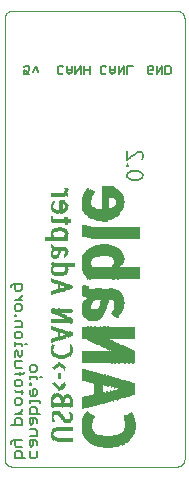
<source format=gbo>
G75*
%MOIN*%
%OFA0B0*%
%FSLAX25Y25*%
%IPPOS*%
%LPD*%
%AMOC8*
5,1,8,0,0,1.08239X$1,22.5*
%
%ADD10C,0.00000*%
%ADD11C,0.00600*%
%ADD12C,0.00500*%
%ADD13R,0.00286X0.01140*%
%ADD14R,0.00285X0.01140*%
%ADD15R,0.00286X0.02280*%
%ADD16R,0.00286X0.03140*%
%ADD17R,0.00286X0.02570*%
%ADD18R,0.00286X0.01430*%
%ADD19R,0.00286X0.01420*%
%ADD20R,0.00286X0.01710*%
%ADD21R,0.00286X0.00860*%
%ADD22R,0.00286X0.02000*%
%ADD23R,0.00286X0.02860*%
%ADD24R,0.00286X0.03720*%
%ADD25R,0.00286X0.03430*%
%ADD26R,0.00286X0.02570*%
%ADD27R,0.00286X0.01150*%
%ADD28R,0.00286X0.03710*%
%ADD29R,0.00286X0.02290*%
%ADD30R,0.00285X0.03430*%
%ADD31R,0.00285X0.04000*%
%ADD32R,0.00285X0.00290*%
%ADD33R,0.00285X0.00280*%
%ADD34R,0.00285X0.03720*%
%ADD35R,0.00285X0.01430*%
%ADD36R,0.00285X0.01720*%
%ADD37R,0.00285X0.04290*%
%ADD38R,0.00285X0.02000*%
%ADD39R,0.00286X0.01720*%
%ADD40R,0.00286X0.00580*%
%ADD41R,0.00286X0.00280*%
%ADD42R,0.00286X0.01140*%
%ADD43R,0.00286X0.00570*%
%ADD44R,0.00285X0.01420*%
%ADD45R,0.00285X0.01150*%
%ADD46R,0.00286X0.04000*%
%ADD47R,0.00286X0.04290*%
%ADD48R,0.00285X0.02290*%
%ADD49R,0.00285X0.02570*%
%ADD50R,0.00285X0.01140*%
%ADD51R,0.00286X0.04570*%
%ADD52R,0.00285X0.02280*%
%ADD53R,0.00285X0.01710*%
%ADD54R,0.00285X0.04570*%
%ADD55R,0.00286X0.01720*%
%ADD56R,0.00286X0.02850*%
%ADD57R,0.00285X0.03140*%
%ADD58R,0.00285X0.02860*%
%ADD59R,0.00286X0.00570*%
%ADD60R,0.00286X0.00850*%
%ADD61R,0.00286X0.03420*%
%ADD62R,0.00285X0.05430*%
%ADD63R,0.00285X0.03710*%
%ADD64R,0.00285X0.05140*%
%ADD65R,0.00285X0.04860*%
%ADD66R,0.00286X0.06850*%
%ADD67R,0.00286X0.05140*%
%ADD68R,0.00286X0.06570*%
%ADD69R,0.00286X0.06280*%
%ADD70R,0.00286X0.08000*%
%ADD71R,0.00286X0.05710*%
%ADD72R,0.00286X0.07430*%
%ADD73R,0.00286X0.07150*%
%ADD74R,0.00285X0.08860*%
%ADD75R,0.00285X0.06290*%
%ADD76R,0.00285X0.08000*%
%ADD77R,0.00285X0.07710*%
%ADD78R,0.00286X0.09430*%
%ADD79R,0.00286X0.04280*%
%ADD80R,0.00286X0.09150*%
%ADD81R,0.00286X0.08570*%
%ADD82R,0.00286X0.09710*%
%ADD83R,0.00286X0.04570*%
%ADD84R,0.00286X0.11150*%
%ADD85R,0.00286X0.09720*%
%ADD86R,0.00286X0.03720*%
%ADD87R,0.00286X0.09140*%
%ADD88R,0.00286X0.10000*%
%ADD89R,0.00285X0.10000*%
%ADD90R,0.00285X0.04280*%
%ADD91R,0.00285X0.10570*%
%ADD92R,0.00285X0.10290*%
%ADD93R,0.00285X0.09720*%
%ADD94R,0.00286X0.04860*%
%ADD95R,0.00286X0.10570*%
%ADD96R,0.00285X0.03150*%
%ADD97R,0.00286X0.05430*%
%ADD98R,0.00286X0.04580*%
%ADD99R,0.00286X0.11430*%
%ADD100R,0.00286X0.05720*%
%ADD101R,0.00285X0.11430*%
%ADD102R,0.00285X0.05720*%
%ADD103R,0.00286X0.06000*%
%ADD104R,0.00285X0.10860*%
%ADD105R,0.00285X0.06000*%
%ADD106R,0.00286X0.10860*%
%ADD107R,0.00286X0.06290*%
%ADD108R,0.00286X0.10280*%
%ADD109R,0.00286X0.06570*%
%ADD110R,0.00285X0.10280*%
%ADD111R,0.00285X0.06570*%
%ADD112R,0.00285X0.05710*%
%ADD113R,0.00286X0.06860*%
%ADD114R,0.00286X0.11720*%
%ADD115R,0.00285X0.07140*%
%ADD116R,0.00285X0.11720*%
%ADD117R,0.00286X0.07140*%
%ADD118R,0.00285X0.07430*%
%ADD119R,0.00286X0.07720*%
%ADD120R,0.00285X0.03420*%
%ADD121R,0.00286X0.07720*%
%ADD122R,0.00286X0.05150*%
%ADD123R,0.00285X0.07150*%
%ADD124R,0.00285X0.09430*%
%ADD125R,0.00286X0.09420*%
%ADD126R,0.00286X0.08850*%
%ADD127R,0.00285X0.06860*%
%ADD128R,0.00285X0.06570*%
%ADD129R,0.00285X0.08290*%
%ADD130R,0.00286X0.07710*%
%ADD131R,0.00285X0.06280*%
%ADD132R,0.00286X0.05720*%
%ADD133R,0.00285X0.05720*%
%ADD134R,0.00285X0.09140*%
%ADD135R,0.00285X0.03140*%
%ADD136R,0.00286X0.09140*%
%ADD137R,0.00286X0.08860*%
%ADD138R,0.00286X0.04850*%
%ADD139R,0.00285X0.00570*%
%ADD140R,0.00285X0.00570*%
%ADD141R,0.00285X0.00860*%
%ADD142R,0.00286X0.08570*%
%ADD143R,0.00285X0.00850*%
%ADD144R,0.00285X0.02570*%
D10*
X0042595Y0032058D02*
X0042595Y0178933D01*
X0042597Y0179031D01*
X0042603Y0179129D01*
X0042612Y0179227D01*
X0042626Y0179324D01*
X0042643Y0179421D01*
X0042664Y0179517D01*
X0042689Y0179612D01*
X0042717Y0179706D01*
X0042750Y0179798D01*
X0042785Y0179890D01*
X0042825Y0179980D01*
X0042867Y0180068D01*
X0042914Y0180155D01*
X0042963Y0180239D01*
X0043016Y0180322D01*
X0043072Y0180402D01*
X0043132Y0180481D01*
X0043194Y0180557D01*
X0043259Y0180630D01*
X0043327Y0180701D01*
X0043398Y0180769D01*
X0043471Y0180834D01*
X0043547Y0180896D01*
X0043626Y0180956D01*
X0043706Y0181012D01*
X0043789Y0181065D01*
X0043873Y0181114D01*
X0043960Y0181161D01*
X0044048Y0181203D01*
X0044138Y0181243D01*
X0044230Y0181278D01*
X0044322Y0181311D01*
X0044416Y0181339D01*
X0044511Y0181364D01*
X0044607Y0181385D01*
X0044704Y0181402D01*
X0044801Y0181416D01*
X0044899Y0181425D01*
X0044997Y0181431D01*
X0045095Y0181433D01*
X0100095Y0181433D01*
X0100193Y0181431D01*
X0100291Y0181425D01*
X0100389Y0181416D01*
X0100486Y0181402D01*
X0100583Y0181385D01*
X0100679Y0181364D01*
X0100774Y0181339D01*
X0100868Y0181311D01*
X0100960Y0181278D01*
X0101052Y0181243D01*
X0101142Y0181203D01*
X0101230Y0181161D01*
X0101317Y0181114D01*
X0101401Y0181065D01*
X0101484Y0181012D01*
X0101564Y0180956D01*
X0101643Y0180896D01*
X0101719Y0180834D01*
X0101792Y0180769D01*
X0101863Y0180701D01*
X0101931Y0180630D01*
X0101996Y0180557D01*
X0102058Y0180481D01*
X0102118Y0180402D01*
X0102174Y0180322D01*
X0102227Y0180239D01*
X0102276Y0180155D01*
X0102323Y0180068D01*
X0102365Y0179980D01*
X0102405Y0179890D01*
X0102440Y0179798D01*
X0102473Y0179706D01*
X0102501Y0179612D01*
X0102526Y0179517D01*
X0102547Y0179421D01*
X0102564Y0179324D01*
X0102578Y0179227D01*
X0102587Y0179129D01*
X0102593Y0179031D01*
X0102595Y0178933D01*
X0102595Y0032058D01*
X0102593Y0031960D01*
X0102587Y0031862D01*
X0102578Y0031764D01*
X0102564Y0031667D01*
X0102547Y0031570D01*
X0102526Y0031474D01*
X0102501Y0031379D01*
X0102473Y0031285D01*
X0102440Y0031193D01*
X0102405Y0031101D01*
X0102365Y0031011D01*
X0102323Y0030923D01*
X0102276Y0030836D01*
X0102227Y0030752D01*
X0102174Y0030669D01*
X0102118Y0030589D01*
X0102058Y0030510D01*
X0101996Y0030434D01*
X0101931Y0030361D01*
X0101863Y0030290D01*
X0101792Y0030222D01*
X0101719Y0030157D01*
X0101643Y0030095D01*
X0101564Y0030035D01*
X0101484Y0029979D01*
X0101401Y0029926D01*
X0101317Y0029877D01*
X0101230Y0029830D01*
X0101142Y0029788D01*
X0101052Y0029748D01*
X0100960Y0029713D01*
X0100868Y0029680D01*
X0100774Y0029652D01*
X0100679Y0029627D01*
X0100583Y0029606D01*
X0100486Y0029589D01*
X0100389Y0029575D01*
X0100291Y0029566D01*
X0100193Y0029560D01*
X0100095Y0029558D01*
X0045095Y0029558D01*
X0044997Y0029560D01*
X0044899Y0029566D01*
X0044801Y0029575D01*
X0044704Y0029589D01*
X0044607Y0029606D01*
X0044511Y0029627D01*
X0044416Y0029652D01*
X0044322Y0029680D01*
X0044230Y0029713D01*
X0044138Y0029748D01*
X0044048Y0029788D01*
X0043960Y0029830D01*
X0043873Y0029877D01*
X0043789Y0029926D01*
X0043706Y0029979D01*
X0043626Y0030035D01*
X0043547Y0030095D01*
X0043471Y0030157D01*
X0043398Y0030222D01*
X0043327Y0030290D01*
X0043259Y0030361D01*
X0043194Y0030434D01*
X0043132Y0030510D01*
X0043072Y0030589D01*
X0043016Y0030669D01*
X0042963Y0030752D01*
X0042914Y0030836D01*
X0042867Y0030923D01*
X0042825Y0031011D01*
X0042785Y0031101D01*
X0042750Y0031193D01*
X0042717Y0031285D01*
X0042689Y0031379D01*
X0042664Y0031474D01*
X0042643Y0031570D01*
X0042626Y0031667D01*
X0042612Y0031764D01*
X0042603Y0031862D01*
X0042597Y0031960D01*
X0042595Y0032058D01*
D11*
X0044886Y0037176D02*
X0044886Y0037743D01*
X0045453Y0038310D01*
X0048289Y0038310D01*
X0048289Y0036041D02*
X0046587Y0036041D01*
X0046020Y0036608D01*
X0046020Y0038310D01*
X0046587Y0034627D02*
X0047722Y0034627D01*
X0048289Y0034060D01*
X0048289Y0032358D01*
X0049423Y0032358D02*
X0046020Y0032358D01*
X0046020Y0034060D01*
X0046587Y0034627D01*
X0051020Y0034627D02*
X0051020Y0032925D01*
X0051587Y0032358D01*
X0052722Y0032358D01*
X0053289Y0032925D01*
X0053289Y0034627D01*
X0053289Y0036608D02*
X0053289Y0037743D01*
X0052722Y0038310D01*
X0051020Y0038310D01*
X0051020Y0036608D01*
X0051587Y0036041D01*
X0052154Y0036608D01*
X0052154Y0038310D01*
X0051020Y0039724D02*
X0053289Y0039724D01*
X0053289Y0041426D01*
X0052722Y0041993D01*
X0051020Y0041993D01*
X0051587Y0043408D02*
X0052154Y0043975D01*
X0052154Y0045676D01*
X0052722Y0045676D02*
X0051020Y0045676D01*
X0051020Y0043975D01*
X0051587Y0043408D01*
X0053289Y0045109D02*
X0052722Y0045676D01*
X0053289Y0045109D02*
X0053289Y0043975D01*
X0053289Y0047091D02*
X0053289Y0048792D01*
X0052722Y0049359D01*
X0051587Y0049359D01*
X0051020Y0048792D01*
X0051020Y0047091D01*
X0054423Y0047091D01*
X0054423Y0050774D02*
X0054423Y0051341D01*
X0051020Y0051341D01*
X0051020Y0050774D02*
X0051020Y0051908D01*
X0051587Y0053229D02*
X0052722Y0053229D01*
X0053289Y0053796D01*
X0053289Y0054931D01*
X0052722Y0055498D01*
X0052154Y0055498D01*
X0052154Y0053229D01*
X0051587Y0053229D02*
X0051020Y0053796D01*
X0051020Y0054931D01*
X0051020Y0056912D02*
X0051020Y0057480D01*
X0051587Y0057480D01*
X0051587Y0056912D01*
X0051020Y0056912D01*
X0051020Y0058754D02*
X0051020Y0059888D01*
X0051020Y0059321D02*
X0053289Y0059321D01*
X0053289Y0058754D01*
X0054423Y0059321D02*
X0054990Y0059321D01*
X0052722Y0061209D02*
X0053289Y0061777D01*
X0053289Y0062911D01*
X0052722Y0063478D01*
X0051587Y0063478D01*
X0051020Y0062911D01*
X0051020Y0061777D01*
X0051587Y0061209D01*
X0052722Y0061209D01*
X0049423Y0061116D02*
X0048856Y0060549D01*
X0046020Y0060549D01*
X0047722Y0059982D02*
X0047722Y0061116D01*
X0048289Y0062437D02*
X0046587Y0062437D01*
X0046020Y0063004D01*
X0046020Y0064706D01*
X0048289Y0064706D01*
X0047722Y0066120D02*
X0048289Y0066687D01*
X0048289Y0068389D01*
X0047154Y0067822D02*
X0047154Y0066687D01*
X0047722Y0066120D01*
X0046020Y0066120D02*
X0046020Y0067822D01*
X0046587Y0068389D01*
X0047154Y0067822D01*
X0046020Y0069803D02*
X0046020Y0070938D01*
X0046020Y0070371D02*
X0048289Y0070371D01*
X0048289Y0069803D01*
X0049423Y0070371D02*
X0049990Y0070371D01*
X0047722Y0072259D02*
X0048289Y0072826D01*
X0048289Y0073960D01*
X0047722Y0074527D01*
X0046587Y0074527D01*
X0046020Y0073960D01*
X0046020Y0072826D01*
X0046587Y0072259D01*
X0047722Y0072259D01*
X0048289Y0075942D02*
X0046020Y0075942D01*
X0046020Y0078211D02*
X0047722Y0078211D01*
X0048289Y0077643D01*
X0048289Y0075942D01*
X0046587Y0079625D02*
X0046587Y0080192D01*
X0046020Y0080192D01*
X0046020Y0079625D01*
X0046587Y0079625D01*
X0046587Y0081467D02*
X0046020Y0082034D01*
X0046020Y0083168D01*
X0046587Y0083735D01*
X0047722Y0083735D01*
X0048289Y0083168D01*
X0048289Y0082034D01*
X0047722Y0081467D01*
X0046587Y0081467D01*
X0046020Y0085150D02*
X0048289Y0085150D01*
X0048289Y0086284D02*
X0048289Y0086851D01*
X0048289Y0086284D02*
X0047154Y0085150D01*
X0046587Y0088219D02*
X0046020Y0088786D01*
X0046020Y0090488D01*
X0045453Y0090488D02*
X0048289Y0090488D01*
X0048289Y0088786D01*
X0047722Y0088219D01*
X0046587Y0088219D01*
X0044886Y0089353D02*
X0044886Y0089921D01*
X0045453Y0090488D01*
X0046587Y0058567D02*
X0047722Y0058567D01*
X0048289Y0058000D01*
X0048289Y0056866D01*
X0047722Y0056298D01*
X0046587Y0056298D01*
X0046020Y0056866D01*
X0046020Y0058000D01*
X0046587Y0058567D01*
X0046020Y0054977D02*
X0046587Y0054410D01*
X0048856Y0054410D01*
X0048289Y0053843D02*
X0048289Y0054977D01*
X0047722Y0052429D02*
X0048289Y0051861D01*
X0048289Y0050727D01*
X0047722Y0050160D01*
X0046587Y0050160D01*
X0046020Y0050727D01*
X0046020Y0051861D01*
X0046587Y0052429D01*
X0047722Y0052429D01*
X0048289Y0048792D02*
X0048289Y0048225D01*
X0047154Y0047091D01*
X0046020Y0047091D02*
X0048289Y0047091D01*
X0047722Y0045676D02*
X0046587Y0045676D01*
X0046020Y0045109D01*
X0046020Y0043408D01*
X0044886Y0043408D02*
X0048289Y0043408D01*
X0048289Y0045109D01*
X0047722Y0045676D01*
D12*
X0049095Y0160356D02*
X0049095Y0161707D01*
X0049996Y0161257D01*
X0050446Y0161257D01*
X0050897Y0161707D01*
X0050897Y0162608D01*
X0050446Y0163058D01*
X0049546Y0163058D01*
X0049095Y0162608D01*
X0049095Y0160356D02*
X0050897Y0160356D01*
X0052042Y0161257D02*
X0052942Y0163058D01*
X0053843Y0161257D01*
X0060345Y0160806D02*
X0060345Y0162608D01*
X0060796Y0163058D01*
X0061696Y0163058D01*
X0062147Y0162608D01*
X0063292Y0163058D02*
X0063292Y0161257D01*
X0064192Y0160356D01*
X0065093Y0161257D01*
X0065093Y0163058D01*
X0066238Y0163058D02*
X0066238Y0160356D01*
X0068040Y0163058D01*
X0068040Y0160356D01*
X0069185Y0160356D02*
X0069185Y0163058D01*
X0069185Y0161707D02*
X0070986Y0161707D01*
X0070986Y0160356D02*
X0070986Y0163058D01*
X0074720Y0162608D02*
X0075171Y0163058D01*
X0076071Y0163058D01*
X0076522Y0162608D01*
X0077667Y0163058D02*
X0077667Y0161257D01*
X0078567Y0160356D01*
X0079468Y0161257D01*
X0079468Y0163058D01*
X0080613Y0163058D02*
X0080613Y0160356D01*
X0082415Y0163058D01*
X0082415Y0160356D01*
X0083560Y0160356D02*
X0083560Y0163058D01*
X0085361Y0163058D01*
X0090345Y0162608D02*
X0090796Y0163058D01*
X0091696Y0163058D01*
X0092147Y0162608D01*
X0092147Y0161707D01*
X0091246Y0161707D01*
X0092147Y0160806D02*
X0091696Y0160356D01*
X0090796Y0160356D01*
X0090345Y0160806D01*
X0090345Y0162608D01*
X0093292Y0163058D02*
X0093292Y0160356D01*
X0095093Y0163058D01*
X0095093Y0160356D01*
X0096238Y0160356D02*
X0097589Y0160356D01*
X0098040Y0160806D01*
X0098040Y0162608D01*
X0097589Y0163058D01*
X0096238Y0163058D01*
X0096238Y0160356D01*
X0079468Y0161707D02*
X0077667Y0161707D01*
X0076522Y0160806D02*
X0076071Y0160356D01*
X0075171Y0160356D01*
X0074720Y0160806D01*
X0074720Y0162608D01*
X0065093Y0161707D02*
X0063292Y0161707D01*
X0062147Y0160806D02*
X0061696Y0160356D01*
X0060796Y0160356D01*
X0060345Y0160806D01*
D13*
X0060345Y0120238D03*
X0060059Y0120238D03*
X0059488Y0120238D03*
X0059202Y0120238D03*
X0058631Y0120238D03*
X0058345Y0120238D03*
X0060631Y0120238D03*
X0061202Y0120238D03*
X0061488Y0120238D03*
X0062059Y0120238D03*
X0062345Y0120238D03*
X0062345Y0117668D03*
X0062631Y0117668D03*
X0059202Y0117378D03*
X0059202Y0111378D03*
X0059488Y0111378D03*
X0060059Y0111378D03*
X0060345Y0111378D03*
X0060631Y0111378D03*
X0061202Y0111378D03*
X0061488Y0111378D03*
X0062059Y0111378D03*
X0062345Y0111378D03*
X0062631Y0111378D03*
X0064059Y0111378D03*
X0064345Y0111378D03*
X0064631Y0111378D03*
X0062345Y0105378D03*
X0062059Y0105378D03*
X0061488Y0105378D03*
X0061202Y0105378D03*
X0060631Y0105378D03*
X0060345Y0105378D03*
X0060059Y0105378D03*
X0058345Y0105378D03*
X0058059Y0105378D03*
X0057488Y0105378D03*
X0057202Y0105378D03*
X0056631Y0105378D03*
X0056345Y0105378D03*
X0060059Y0102238D03*
X0060345Y0102238D03*
X0060631Y0102238D03*
X0062059Y0102238D03*
X0062345Y0102238D03*
X0062631Y0102238D03*
X0060059Y0099378D03*
X0059488Y0099378D03*
X0060059Y0093668D03*
X0060345Y0093668D03*
X0060631Y0093668D03*
X0061202Y0093668D03*
X0061488Y0093668D03*
X0062059Y0093668D03*
X0062631Y0093948D03*
X0062631Y0090238D03*
X0063202Y0090238D03*
X0060059Y0087948D03*
X0059488Y0087668D03*
X0059202Y0087668D03*
X0058631Y0087378D03*
X0058345Y0087378D03*
X0059202Y0091378D03*
X0058345Y0091668D03*
X0062345Y0079668D03*
X0062631Y0079668D03*
X0065488Y0078238D03*
X0065488Y0073668D03*
X0065202Y0073668D03*
X0063202Y0074238D03*
X0059488Y0075378D03*
X0058631Y0075668D03*
X0059202Y0069378D03*
X0060631Y0066238D03*
X0061202Y0066238D03*
X0061488Y0066238D03*
X0062059Y0066238D03*
X0062345Y0066238D03*
X0062631Y0066238D03*
X0060631Y0053378D03*
X0060345Y0053378D03*
X0060059Y0053378D03*
X0059488Y0047378D03*
X0060059Y0041948D03*
X0060345Y0041948D03*
X0060631Y0041948D03*
X0065488Y0041948D03*
X0072345Y0045948D03*
X0088631Y0125948D03*
D14*
X0083774Y0129948D03*
X0063774Y0120238D03*
X0061774Y0120238D03*
X0060917Y0120238D03*
X0059774Y0120238D03*
X0058917Y0120238D03*
X0059774Y0111378D03*
X0060917Y0111378D03*
X0061774Y0111378D03*
X0061774Y0105378D03*
X0060917Y0105378D03*
X0063774Y0105378D03*
X0059774Y0099378D03*
X0060917Y0093668D03*
X0061774Y0093668D03*
X0062917Y0090238D03*
X0061774Y0079948D03*
X0059774Y0075378D03*
X0058917Y0075668D03*
X0059774Y0071948D03*
X0058917Y0071668D03*
X0060917Y0066238D03*
X0061774Y0066238D03*
X0062917Y0066238D03*
X0062917Y0062238D03*
X0060917Y0053378D03*
X0060917Y0041948D03*
X0057774Y0105378D03*
X0056917Y0105378D03*
D15*
X0063488Y0089378D03*
X0079202Y0080808D03*
X0058345Y0040238D03*
D16*
X0058631Y0040378D03*
X0058345Y0051238D03*
X0068631Y0117238D03*
X0083488Y0133238D03*
D17*
X0058631Y0100383D03*
X0068631Y0082093D03*
X0058345Y0068383D03*
X0072059Y0045523D03*
D18*
X0064631Y0047233D03*
X0064059Y0044663D03*
X0063488Y0044663D03*
X0063488Y0042093D03*
X0063202Y0042093D03*
X0062631Y0042093D03*
X0062345Y0042093D03*
X0062059Y0042093D03*
X0061488Y0042093D03*
X0061202Y0042093D03*
X0060059Y0038663D03*
X0059488Y0038953D03*
X0064059Y0042093D03*
X0064345Y0042093D03*
X0064631Y0042093D03*
X0065202Y0042093D03*
X0060631Y0047523D03*
X0060345Y0047523D03*
X0060059Y0047523D03*
X0060059Y0050093D03*
X0060345Y0050093D03*
X0060631Y0050093D03*
X0061202Y0050093D03*
X0061488Y0050093D03*
X0062631Y0050093D03*
X0063202Y0050093D03*
X0063488Y0050093D03*
X0064059Y0050093D03*
X0064345Y0050093D03*
X0064345Y0052663D03*
X0064059Y0052953D03*
X0063488Y0052953D03*
X0061202Y0053233D03*
X0061202Y0055523D03*
X0060345Y0056093D03*
X0060059Y0056383D03*
X0059488Y0056953D03*
X0059488Y0062383D03*
X0060059Y0062953D03*
X0060345Y0063233D03*
X0060631Y0063523D03*
X0061488Y0063523D03*
X0062059Y0062953D03*
X0062345Y0062663D03*
X0062631Y0062383D03*
X0063202Y0066383D03*
X0063488Y0066383D03*
X0064059Y0066663D03*
X0064345Y0066953D03*
X0060345Y0066383D03*
X0060059Y0066383D03*
X0059488Y0066663D03*
X0058631Y0071523D03*
X0058345Y0071523D03*
X0060059Y0072093D03*
X0060345Y0072093D03*
X0060345Y0074953D03*
X0060059Y0075233D03*
X0059202Y0075523D03*
X0059202Y0078093D03*
X0059488Y0078093D03*
X0060059Y0078093D03*
X0060345Y0078093D03*
X0060631Y0078093D03*
X0061202Y0078093D03*
X0061488Y0078093D03*
X0062059Y0078093D03*
X0062345Y0078093D03*
X0062631Y0078093D03*
X0062059Y0074663D03*
X0058631Y0078093D03*
X0058345Y0078093D03*
X0058345Y0081523D03*
X0058631Y0081523D03*
X0062059Y0081523D03*
X0062345Y0081523D03*
X0062631Y0081523D03*
X0063202Y0081523D03*
X0063488Y0081523D03*
X0064059Y0081523D03*
X0064345Y0081523D03*
X0064631Y0081523D03*
X0065202Y0081523D03*
X0061488Y0088383D03*
X0060345Y0088093D03*
X0061488Y0090663D03*
X0060345Y0090953D03*
X0059488Y0091233D03*
X0058631Y0091523D03*
X0059202Y0094093D03*
X0059488Y0096663D03*
X0059202Y0099523D03*
X0059488Y0102093D03*
X0058631Y0102663D03*
X0058345Y0102953D03*
X0059488Y0105523D03*
X0059202Y0108093D03*
X0059488Y0108383D03*
X0060631Y0108663D03*
X0061202Y0108663D03*
X0061488Y0108663D03*
X0062631Y0108383D03*
X0062631Y0105523D03*
X0062345Y0114663D03*
X0062631Y0120383D03*
X0059202Y0114953D03*
X0064631Y0089523D03*
X0065202Y0089523D03*
X0059488Y0050093D03*
X0089202Y0133233D03*
D19*
X0062345Y0093808D03*
X0059488Y0093808D03*
X0060345Y0099808D03*
X0062059Y0079808D03*
X0058345Y0075808D03*
X0059202Y0071808D03*
X0059488Y0071808D03*
X0061202Y0063808D03*
X0061488Y0055808D03*
X0060631Y0055808D03*
X0059488Y0041808D03*
D20*
X0059202Y0039093D03*
X0059202Y0047093D03*
X0059488Y0053093D03*
X0062345Y0056523D03*
X0059202Y0067093D03*
X0064345Y0073663D03*
X0064631Y0073663D03*
X0058345Y0095093D03*
X0059202Y0101953D03*
X0059202Y0105663D03*
X0064631Y0045093D03*
D21*
X0059202Y0056948D03*
X0059202Y0062378D03*
X0078631Y0080378D03*
X0082631Y0098668D03*
X0082631Y0117808D03*
X0084059Y0125808D03*
X0084059Y0129808D03*
X0083488Y0129808D03*
X0084345Y0132378D03*
X0084631Y0132378D03*
X0085202Y0132948D03*
X0085488Y0133238D03*
X0086345Y0133808D03*
X0087202Y0134378D03*
X0087488Y0134378D03*
X0088059Y0134378D03*
X0088345Y0134378D03*
X0088631Y0127238D03*
X0089202Y0126668D03*
X0087488Y0125238D03*
X0058345Y0097238D03*
D22*
X0059202Y0096668D03*
X0060631Y0100098D03*
X0061488Y0101808D03*
X0058345Y0100378D03*
X0058345Y0107238D03*
X0058345Y0112098D03*
X0058345Y0116098D03*
X0072059Y0120668D03*
X0064059Y0089518D03*
X0068631Y0088098D03*
X0064631Y0078378D03*
X0064345Y0078378D03*
X0064059Y0073518D03*
X0060059Y0081238D03*
X0059202Y0052668D03*
X0061488Y0052668D03*
X0061202Y0046948D03*
X0061488Y0046668D03*
X0062345Y0045518D03*
X0062631Y0045238D03*
X0065488Y0046098D03*
D23*
X0065202Y0046238D03*
X0058631Y0045948D03*
X0061488Y0080808D03*
X0061202Y0101378D03*
X0063202Y0111378D03*
X0063488Y0111378D03*
X0063488Y0116238D03*
X0058631Y0116238D03*
X0082345Y0098808D03*
D24*
X0074059Y0080378D03*
X0076059Y0058378D03*
X0076345Y0058378D03*
X0079202Y0053238D03*
X0076059Y0052378D03*
X0062059Y0051238D03*
X0058631Y0051238D03*
X0078059Y0121238D03*
X0078345Y0121238D03*
D25*
X0078631Y0121093D03*
X0068631Y0097383D03*
X0063202Y0101093D03*
X0063202Y0116233D03*
X0078059Y0069953D03*
X0076631Y0058233D03*
X0078059Y0057953D03*
X0078631Y0057663D03*
X0079202Y0057663D03*
X0080059Y0057383D03*
X0080345Y0057383D03*
X0080059Y0053383D03*
X0079488Y0053383D03*
X0078631Y0053093D03*
X0078345Y0053093D03*
X0076345Y0052523D03*
X0065202Y0051093D03*
X0062345Y0051093D03*
X0065202Y0068523D03*
X0058631Y0068523D03*
D26*
X0063202Y0078663D03*
X0063488Y0078663D03*
X0061202Y0080953D03*
X0058631Y0094953D03*
X0063202Y0120953D03*
X0065488Y0050663D03*
D27*
X0059202Y0045093D03*
X0060345Y0038523D03*
X0060631Y0038523D03*
X0061202Y0038523D03*
X0061488Y0038523D03*
X0062059Y0038523D03*
X0062345Y0038523D03*
X0062631Y0038523D03*
X0063202Y0038523D03*
X0063488Y0038523D03*
X0064059Y0038523D03*
X0064345Y0038523D03*
X0064631Y0038523D03*
X0065202Y0038523D03*
X0065488Y0038523D03*
X0062059Y0072523D03*
X0061488Y0072523D03*
X0062345Y0074523D03*
X0062631Y0074523D03*
X0062631Y0088523D03*
X0062345Y0088523D03*
X0062059Y0088523D03*
X0062059Y0090523D03*
X0062345Y0090523D03*
X0060059Y0091093D03*
X0058631Y0097093D03*
X0060059Y0108523D03*
X0060345Y0108523D03*
X0062059Y0108523D03*
X0062345Y0108523D03*
X0060631Y0114523D03*
X0060345Y0114523D03*
X0060059Y0114523D03*
X0083488Y0126523D03*
D28*
X0079202Y0120953D03*
X0079488Y0120663D03*
X0074059Y0113523D03*
X0073488Y0113523D03*
X0072059Y0107523D03*
X0069202Y0108093D03*
X0063488Y0106663D03*
X0058631Y0106663D03*
X0063202Y0095523D03*
X0063488Y0095523D03*
X0061202Y0089523D03*
X0069202Y0088093D03*
X0073202Y0086953D03*
X0073488Y0086953D03*
X0074059Y0086953D03*
X0074345Y0086953D03*
X0074631Y0086953D03*
X0078059Y0086953D03*
X0078345Y0086953D03*
X0078631Y0086953D03*
X0079488Y0081523D03*
X0073488Y0080093D03*
X0073202Y0080093D03*
X0072631Y0080093D03*
X0072345Y0080093D03*
X0072059Y0080093D03*
X0064631Y0068093D03*
X0061202Y0073523D03*
X0077202Y0058093D03*
X0077488Y0058093D03*
X0079488Y0057523D03*
X0080345Y0053523D03*
X0078059Y0052953D03*
X0077202Y0052663D03*
X0076631Y0052663D03*
X0086059Y0074093D03*
X0074345Y0101523D03*
D29*
X0064059Y0078523D03*
X0060631Y0081093D03*
X0060345Y0081093D03*
X0063488Y0073663D03*
X0065488Y0068523D03*
X0061488Y0059663D03*
X0061202Y0059663D03*
X0062059Y0045953D03*
X0058631Y0111953D03*
D30*
X0058917Y0116233D03*
X0060917Y0101093D03*
X0068917Y0088233D03*
X0075774Y0058523D03*
X0076917Y0058233D03*
X0077774Y0057953D03*
X0078917Y0057663D03*
X0079774Y0057383D03*
X0079774Y0053383D03*
X0078917Y0053093D03*
X0064917Y0046233D03*
X0058917Y0045953D03*
X0058917Y0040233D03*
D31*
X0058917Y0051378D03*
X0061774Y0051378D03*
X0069774Y0059948D03*
X0070917Y0059668D03*
X0071774Y0059378D03*
X0071774Y0065948D03*
X0070917Y0065948D03*
X0069774Y0065948D03*
X0068917Y0065948D03*
X0072917Y0065948D03*
X0073774Y0065948D03*
X0074917Y0065948D03*
X0075774Y0065948D03*
X0076917Y0065948D03*
X0077774Y0065948D03*
X0085774Y0055378D03*
X0077774Y0037668D03*
X0076917Y0037668D03*
X0074917Y0037948D03*
X0073774Y0038238D03*
X0060917Y0073668D03*
X0069774Y0087948D03*
X0072917Y0086808D03*
X0072917Y0093948D03*
X0073774Y0093948D03*
X0074917Y0093948D03*
X0075774Y0093948D03*
X0076917Y0093948D03*
X0077774Y0093948D03*
X0081774Y0093948D03*
X0082917Y0093948D03*
X0083774Y0093948D03*
X0084917Y0093948D03*
X0085774Y0093948D03*
X0086917Y0093948D03*
X0087774Y0093948D03*
X0087774Y0107378D03*
X0086917Y0107378D03*
X0085774Y0107378D03*
X0084917Y0107378D03*
X0083774Y0107378D03*
X0082917Y0107378D03*
X0081774Y0107378D03*
X0080917Y0107378D03*
X0079774Y0107378D03*
X0078917Y0107378D03*
X0077774Y0107378D03*
X0076917Y0107378D03*
X0075774Y0107378D03*
X0074917Y0107378D03*
X0073774Y0107378D03*
X0072917Y0107378D03*
X0070917Y0107668D03*
X0069774Y0107948D03*
X0072917Y0113668D03*
X0074917Y0113378D03*
X0077774Y0113668D03*
X0078917Y0113948D03*
X0079774Y0120518D03*
X0076917Y0101668D03*
X0075774Y0101668D03*
X0074917Y0101668D03*
X0073774Y0101378D03*
X0072917Y0101098D03*
X0060917Y0089378D03*
X0058917Y0101098D03*
X0058917Y0106808D03*
X0071774Y0080238D03*
D32*
X0058917Y0056953D03*
X0062917Y0122093D03*
D33*
X0058917Y0062378D03*
D34*
X0058917Y0068378D03*
X0064917Y0068378D03*
X0064917Y0051238D03*
X0075774Y0052378D03*
X0077774Y0121238D03*
D35*
X0062917Y0117523D03*
X0062917Y0114953D03*
X0059774Y0114663D03*
X0060917Y0108663D03*
X0061774Y0108663D03*
X0062917Y0108093D03*
X0059774Y0105523D03*
X0059774Y0102093D03*
X0061774Y0102093D03*
X0062917Y0102093D03*
X0062917Y0096663D03*
X0062917Y0094093D03*
X0059774Y0096663D03*
X0058917Y0091523D03*
X0059774Y0091233D03*
X0061774Y0088383D03*
X0058917Y0087523D03*
X0061774Y0081523D03*
X0062917Y0081523D03*
X0063774Y0081523D03*
X0064917Y0081523D03*
X0061774Y0078093D03*
X0060917Y0078093D03*
X0059774Y0078093D03*
X0058917Y0078093D03*
X0064917Y0073523D03*
X0063774Y0066663D03*
X0061774Y0063233D03*
X0059774Y0062663D03*
X0059774Y0066663D03*
X0059774Y0056663D03*
X0060917Y0055523D03*
X0062917Y0056953D03*
X0063774Y0052953D03*
X0063774Y0050093D03*
X0062917Y0050093D03*
X0060917Y0050093D03*
X0059774Y0050093D03*
X0059774Y0047523D03*
X0060917Y0047233D03*
X0062917Y0044953D03*
X0063774Y0044663D03*
X0063774Y0042093D03*
X0062917Y0042093D03*
X0061774Y0042093D03*
X0059774Y0038663D03*
X0064917Y0042093D03*
X0059774Y0053233D03*
X0078917Y0080663D03*
X0064917Y0089523D03*
D36*
X0058917Y0081378D03*
X0064917Y0078238D03*
D37*
X0068917Y0082093D03*
X0069774Y0074093D03*
X0078917Y0074093D03*
X0079774Y0074093D03*
X0080917Y0074093D03*
X0081774Y0074093D03*
X0082917Y0074093D03*
X0083774Y0074093D03*
X0084917Y0074093D03*
X0085774Y0074093D03*
X0071774Y0051523D03*
X0069774Y0050953D03*
X0068917Y0050663D03*
X0068917Y0060093D03*
X0072917Y0038663D03*
X0079774Y0038093D03*
X0081774Y0038663D03*
X0058917Y0095523D03*
X0077774Y0101523D03*
X0079774Y0114663D03*
D38*
X0083774Y0126668D03*
X0063774Y0107238D03*
X0058917Y0111808D03*
X0063774Y0089518D03*
X0059774Y0081238D03*
D39*
X0059488Y0081378D03*
X0059202Y0081378D03*
X0064345Y0089378D03*
X0065202Y0078238D03*
X0062059Y0056238D03*
X0062631Y0052238D03*
X0059202Y0050238D03*
X0059202Y0041378D03*
D40*
X0059488Y0044808D03*
X0063202Y0056808D03*
D41*
X0063202Y0062378D03*
X0059488Y0069808D03*
X0064059Y0095238D03*
X0064059Y0101238D03*
X0064059Y0107238D03*
X0064059Y0116378D03*
X0064059Y0121808D03*
X0088345Y0131808D03*
X0078345Y0080378D03*
D42*
X0066059Y0096808D03*
X0065488Y0096808D03*
X0065202Y0096808D03*
X0064631Y0096808D03*
X0064345Y0096808D03*
X0064059Y0096808D03*
X0062631Y0096808D03*
X0062345Y0096808D03*
X0062059Y0096808D03*
X0061488Y0096808D03*
X0061202Y0096808D03*
X0060631Y0096808D03*
X0060345Y0096808D03*
X0060059Y0096808D03*
X0063202Y0088808D03*
X0061488Y0074808D03*
X0062345Y0072808D03*
X0062631Y0072808D03*
X0063202Y0072808D03*
X0063202Y0052808D03*
X0063202Y0044808D03*
X0064345Y0044808D03*
X0062631Y0114808D03*
X0059488Y0114808D03*
X0072345Y0120808D03*
D43*
X0084345Y0127663D03*
X0084631Y0127663D03*
X0085202Y0127953D03*
X0085488Y0127953D03*
X0086059Y0127953D03*
X0086631Y0127953D03*
X0087202Y0127953D03*
X0087488Y0127953D03*
X0088059Y0127663D03*
X0088345Y0125663D03*
X0062631Y0099663D03*
X0059488Y0117663D03*
X0082631Y0045953D03*
D44*
X0060917Y0063808D03*
X0059774Y0041808D03*
X0059774Y0087808D03*
X0059774Y0093808D03*
X0062917Y0099808D03*
X0063774Y0121808D03*
D45*
X0060917Y0114523D03*
X0059774Y0108523D03*
X0061774Y0090523D03*
X0062917Y0074523D03*
X0061774Y0072523D03*
X0061774Y0038523D03*
X0060917Y0038523D03*
X0062917Y0038523D03*
X0063774Y0038523D03*
X0064917Y0038523D03*
D46*
X0064631Y0051378D03*
X0069202Y0050808D03*
X0070345Y0051098D03*
X0071202Y0051378D03*
X0071488Y0051378D03*
X0072345Y0051668D03*
X0072059Y0059378D03*
X0070631Y0059668D03*
X0070631Y0065948D03*
X0070345Y0065948D03*
X0070059Y0065948D03*
X0069488Y0065948D03*
X0069202Y0065948D03*
X0071202Y0065948D03*
X0071488Y0065948D03*
X0072059Y0065948D03*
X0072345Y0065948D03*
X0072631Y0065948D03*
X0073202Y0065948D03*
X0073488Y0065948D03*
X0074059Y0065948D03*
X0074345Y0065948D03*
X0074631Y0065948D03*
X0075202Y0065948D03*
X0075488Y0065948D03*
X0076059Y0065948D03*
X0076345Y0065948D03*
X0076631Y0065948D03*
X0077202Y0065948D03*
X0077488Y0065948D03*
X0078059Y0065948D03*
X0086059Y0055378D03*
X0080631Y0038238D03*
X0079488Y0037948D03*
X0079202Y0037948D03*
X0078059Y0037668D03*
X0077488Y0037668D03*
X0077202Y0037668D03*
X0076631Y0037668D03*
X0076345Y0037668D03*
X0075488Y0037948D03*
X0075202Y0037948D03*
X0074631Y0037948D03*
X0074059Y0038238D03*
X0060631Y0073668D03*
X0069202Y0074238D03*
X0072631Y0086808D03*
X0070059Y0087668D03*
X0069488Y0087948D03*
X0072345Y0093948D03*
X0072631Y0093948D03*
X0073202Y0093948D03*
X0073488Y0093948D03*
X0074059Y0093948D03*
X0074345Y0093948D03*
X0074631Y0093948D03*
X0075202Y0093948D03*
X0075488Y0093948D03*
X0076059Y0093948D03*
X0076345Y0093948D03*
X0076631Y0093948D03*
X0077202Y0093948D03*
X0077488Y0093948D03*
X0078059Y0093948D03*
X0081488Y0093948D03*
X0082059Y0093948D03*
X0082345Y0093948D03*
X0082631Y0093948D03*
X0083202Y0093948D03*
X0083488Y0093948D03*
X0084059Y0093948D03*
X0084345Y0093948D03*
X0084631Y0093948D03*
X0085202Y0093948D03*
X0085488Y0093948D03*
X0086059Y0093948D03*
X0086345Y0093948D03*
X0086631Y0093948D03*
X0087202Y0093948D03*
X0087488Y0093948D03*
X0082059Y0098808D03*
X0078345Y0101378D03*
X0078059Y0101378D03*
X0077488Y0101668D03*
X0077202Y0101668D03*
X0076631Y0101668D03*
X0076345Y0101668D03*
X0076059Y0101668D03*
X0075488Y0101668D03*
X0075202Y0101668D03*
X0074631Y0101668D03*
X0074059Y0101378D03*
X0073488Y0101378D03*
X0073202Y0101378D03*
X0072631Y0101098D03*
X0072631Y0107378D03*
X0072345Y0107378D03*
X0073202Y0107378D03*
X0073488Y0107378D03*
X0074059Y0107378D03*
X0074345Y0107378D03*
X0074631Y0107378D03*
X0075202Y0107378D03*
X0075488Y0107378D03*
X0076059Y0107378D03*
X0076345Y0107378D03*
X0076631Y0107378D03*
X0077202Y0107378D03*
X0077488Y0107378D03*
X0078059Y0107378D03*
X0078345Y0107378D03*
X0078631Y0107378D03*
X0079202Y0107378D03*
X0079488Y0107378D03*
X0080059Y0107378D03*
X0080345Y0107378D03*
X0080631Y0107378D03*
X0081202Y0107378D03*
X0081488Y0107378D03*
X0082059Y0107378D03*
X0082345Y0107378D03*
X0082631Y0107378D03*
X0083202Y0107378D03*
X0083488Y0107378D03*
X0084059Y0107378D03*
X0084345Y0107378D03*
X0084631Y0107378D03*
X0085202Y0107378D03*
X0085488Y0107378D03*
X0086059Y0107378D03*
X0086345Y0107378D03*
X0086631Y0107378D03*
X0087202Y0107378D03*
X0087488Y0107378D03*
X0082345Y0117668D03*
X0079202Y0114238D03*
X0078631Y0113948D03*
X0078059Y0113668D03*
X0075202Y0113378D03*
X0074631Y0113378D03*
X0074345Y0113378D03*
X0073202Y0113668D03*
X0072631Y0113948D03*
X0072345Y0113948D03*
X0070059Y0107948D03*
X0069488Y0107948D03*
X0070631Y0107668D03*
X0071202Y0107668D03*
X0071488Y0107668D03*
X0063202Y0106808D03*
X0082345Y0084238D03*
D47*
X0079202Y0086663D03*
X0078345Y0094093D03*
X0072345Y0100953D03*
X0072059Y0100663D03*
X0072059Y0094093D03*
X0072345Y0086663D03*
X0070059Y0074093D03*
X0069488Y0074093D03*
X0078059Y0074093D03*
X0078345Y0074093D03*
X0078631Y0074093D03*
X0079202Y0074093D03*
X0079488Y0074093D03*
X0080059Y0074093D03*
X0080345Y0074093D03*
X0080631Y0074093D03*
X0081202Y0074093D03*
X0081488Y0074093D03*
X0082059Y0074093D03*
X0082345Y0074093D03*
X0082631Y0074093D03*
X0083202Y0074093D03*
X0083488Y0074093D03*
X0084059Y0074093D03*
X0084345Y0074093D03*
X0084631Y0074093D03*
X0085202Y0074093D03*
X0085488Y0074093D03*
X0086059Y0066093D03*
X0085488Y0055523D03*
X0081488Y0038663D03*
X0080345Y0038093D03*
X0080059Y0038093D03*
X0074345Y0038093D03*
X0070059Y0050953D03*
X0069488Y0050953D03*
X0072059Y0051523D03*
X0071488Y0059523D03*
X0071202Y0059523D03*
X0069488Y0060093D03*
X0069202Y0060093D03*
X0060631Y0089523D03*
X0072059Y0114093D03*
X0061202Y0116093D03*
D48*
X0062917Y0111663D03*
X0063774Y0101093D03*
X0063774Y0078523D03*
X0063774Y0073663D03*
X0060917Y0059663D03*
D49*
X0062917Y0078663D03*
X0060917Y0080953D03*
D50*
X0061774Y0074808D03*
X0062917Y0072808D03*
X0062917Y0088808D03*
X0061774Y0096808D03*
X0060917Y0096808D03*
X0064917Y0096808D03*
X0065774Y0096808D03*
X0062917Y0052808D03*
D51*
X0072345Y0039093D03*
X0082345Y0039093D03*
X0085202Y0055383D03*
X0085488Y0066233D03*
X0077488Y0086523D03*
X0078631Y0094233D03*
X0072059Y0086523D03*
X0062059Y0116233D03*
X0061488Y0116233D03*
D52*
X0063774Y0116238D03*
X0061774Y0046238D03*
D53*
X0061774Y0055953D03*
X0082917Y0045663D03*
X0062917Y0105663D03*
X0062917Y0120523D03*
X0088917Y0126523D03*
D54*
X0071774Y0114523D03*
X0061774Y0116233D03*
X0085774Y0066233D03*
X0084917Y0055383D03*
D55*
X0062631Y0056808D03*
D56*
X0086345Y0043093D03*
X0063488Y0101093D03*
X0063488Y0121093D03*
D57*
X0063774Y0095808D03*
D58*
X0063774Y0111378D03*
D59*
X0072631Y0121093D03*
X0084631Y0125383D03*
X0085202Y0125093D03*
X0085488Y0125093D03*
X0086059Y0125093D03*
X0086345Y0125093D03*
X0086631Y0125093D03*
X0087202Y0125093D03*
X0088059Y0125383D03*
X0084059Y0127383D03*
X0064345Y0047383D03*
X0072631Y0046233D03*
D60*
X0065488Y0081523D03*
X0065488Y0089523D03*
X0082631Y0084093D03*
X0084345Y0125523D03*
X0086345Y0128093D03*
X0088345Y0127523D03*
X0088631Y0132093D03*
X0088631Y0134093D03*
X0086631Y0134093D03*
X0086059Y0133523D03*
X0084059Y0132093D03*
D61*
X0077488Y0052808D03*
X0068631Y0042808D03*
D62*
X0068917Y0042953D03*
X0083774Y0066663D03*
D63*
X0076917Y0052663D03*
X0068917Y0074093D03*
X0072917Y0080093D03*
X0073774Y0080093D03*
X0073774Y0086953D03*
X0074917Y0086953D03*
X0077774Y0086953D03*
X0078917Y0086953D03*
X0071774Y0107523D03*
X0068917Y0108093D03*
X0073774Y0113523D03*
X0078917Y0120953D03*
D64*
X0068917Y0097378D03*
X0071774Y0086238D03*
X0071774Y0073668D03*
X0083774Y0055378D03*
X0082917Y0039668D03*
D65*
X0084917Y0066378D03*
X0070917Y0073808D03*
X0071774Y0094378D03*
X0071774Y0100378D03*
X0078917Y0094378D03*
X0081774Y0098948D03*
X0068917Y0117238D03*
D66*
X0069202Y0043093D03*
D67*
X0072059Y0039378D03*
X0084059Y0055378D03*
X0084345Y0055378D03*
X0071488Y0073668D03*
X0069202Y0081948D03*
X0077202Y0086238D03*
X0079488Y0086238D03*
X0082059Y0117668D03*
D68*
X0069202Y0097233D03*
X0076631Y0085523D03*
X0070059Y0082093D03*
X0081202Y0067233D03*
X0081488Y0055523D03*
D69*
X0082059Y0055378D03*
X0082345Y0055378D03*
X0069202Y0117378D03*
D70*
X0076059Y0084808D03*
X0081202Y0083948D03*
X0085488Y0043378D03*
X0069488Y0043098D03*
D71*
X0069488Y0081953D03*
D72*
X0076345Y0085093D03*
X0081488Y0083953D03*
X0076631Y0072523D03*
X0079202Y0067663D03*
X0069488Y0097093D03*
D73*
X0069488Y0117523D03*
X0079488Y0067523D03*
X0080631Y0055523D03*
D74*
X0084917Y0043238D03*
X0069774Y0043238D03*
X0075774Y0084378D03*
X0080917Y0083808D03*
D75*
X0069774Y0081953D03*
X0081774Y0067093D03*
X0081774Y0117663D03*
D76*
X0069774Y0097098D03*
X0077774Y0072238D03*
D77*
X0069774Y0117523D03*
D78*
X0070631Y0117523D03*
X0071202Y0117233D03*
X0080059Y0117523D03*
X0080345Y0117523D03*
X0075488Y0084093D03*
X0070059Y0043233D03*
X0083488Y0042093D03*
D79*
X0081202Y0038378D03*
X0078631Y0037808D03*
X0078345Y0037808D03*
X0076059Y0037808D03*
X0073488Y0038378D03*
X0073202Y0038378D03*
X0070631Y0051238D03*
X0072345Y0059238D03*
X0070345Y0059808D03*
X0070059Y0059808D03*
X0078631Y0101238D03*
X0079488Y0114378D03*
D80*
X0070059Y0097093D03*
X0084059Y0042523D03*
D81*
X0070059Y0117663D03*
D82*
X0071488Y0117093D03*
X0075202Y0083953D03*
X0070345Y0043093D03*
D83*
X0070345Y0073953D03*
X0070631Y0073953D03*
D84*
X0070631Y0084093D03*
X0070345Y0084093D03*
X0079488Y0097523D03*
X0073488Y0055523D03*
D85*
X0070631Y0042808D03*
X0070345Y0096808D03*
D86*
X0070345Y0107808D03*
X0078345Y0113808D03*
X0078345Y0057808D03*
D87*
X0083202Y0041948D03*
X0080631Y0083668D03*
X0070345Y0117668D03*
D88*
X0070631Y0096948D03*
X0081202Y0096948D03*
X0075488Y0055518D03*
X0071202Y0042378D03*
X0071488Y0042098D03*
D89*
X0071774Y0042098D03*
X0070917Y0042668D03*
D90*
X0075774Y0037808D03*
X0078917Y0037808D03*
X0080917Y0038378D03*
X0070917Y0051238D03*
X0078917Y0101238D03*
D91*
X0070917Y0083523D03*
D92*
X0070917Y0097093D03*
X0080917Y0097093D03*
D93*
X0070917Y0117378D03*
D94*
X0074631Y0081238D03*
X0071202Y0073808D03*
X0084631Y0066378D03*
X0085202Y0066378D03*
X0082631Y0039238D03*
D95*
X0074345Y0055523D03*
X0071488Y0083523D03*
X0071202Y0083523D03*
X0071202Y0097233D03*
X0071488Y0097233D03*
X0080345Y0097233D03*
X0080631Y0097233D03*
D96*
X0071774Y0120093D03*
D97*
X0081488Y0098953D03*
X0082059Y0084093D03*
X0072345Y0073523D03*
X0072059Y0073523D03*
X0083488Y0066663D03*
X0083488Y0055523D03*
X0086059Y0043233D03*
D98*
X0082059Y0038808D03*
X0072631Y0038808D03*
X0074345Y0080808D03*
X0079202Y0100808D03*
D99*
X0077488Y0117383D03*
X0073202Y0055383D03*
X0072631Y0055383D03*
D100*
X0083202Y0055378D03*
X0073202Y0073378D03*
X0072631Y0073378D03*
D101*
X0072917Y0055383D03*
D102*
X0082917Y0055378D03*
X0072917Y0073378D03*
D103*
X0073488Y0073238D03*
X0082059Y0066948D03*
X0082345Y0066948D03*
X0082631Y0055518D03*
D104*
X0073774Y0055378D03*
X0079774Y0097378D03*
D105*
X0076917Y0085808D03*
X0073774Y0073238D03*
D106*
X0074059Y0055378D03*
X0080059Y0097378D03*
D107*
X0074345Y0073093D03*
X0074059Y0073093D03*
X0081488Y0067093D03*
D108*
X0075202Y0055378D03*
X0074631Y0055378D03*
D109*
X0074631Y0072953D03*
D110*
X0074917Y0055378D03*
D111*
X0074917Y0072953D03*
D112*
X0074917Y0081663D03*
D113*
X0075202Y0072808D03*
X0075488Y0072808D03*
X0080059Y0067378D03*
X0080345Y0067378D03*
X0080631Y0067378D03*
X0081202Y0055378D03*
X0081488Y0117668D03*
D114*
X0077202Y0117238D03*
X0076631Y0117238D03*
X0076345Y0117238D03*
X0076059Y0117238D03*
X0075488Y0117238D03*
D115*
X0075774Y0072668D03*
D116*
X0075774Y0117238D03*
X0076917Y0117238D03*
D117*
X0076345Y0072668D03*
X0076059Y0072668D03*
D118*
X0076917Y0072523D03*
X0078917Y0067663D03*
D119*
X0077488Y0072378D03*
X0077202Y0072378D03*
D120*
X0077774Y0052808D03*
D121*
X0078345Y0067808D03*
X0078631Y0067808D03*
D122*
X0084059Y0066523D03*
X0084345Y0066523D03*
X0079202Y0094523D03*
D123*
X0079774Y0067523D03*
D124*
X0079774Y0084093D03*
D125*
X0080059Y0083808D03*
X0080345Y0083808D03*
D126*
X0080631Y0117523D03*
D127*
X0080917Y0055378D03*
X0085774Y0043378D03*
D128*
X0080917Y0067233D03*
X0081774Y0084093D03*
D129*
X0080917Y0117523D03*
D130*
X0081202Y0117523D03*
D131*
X0081774Y0055378D03*
D132*
X0082631Y0066808D03*
X0083202Y0066808D03*
D133*
X0082917Y0066808D03*
D134*
X0083774Y0042238D03*
D135*
X0083774Y0133238D03*
D136*
X0084345Y0042808D03*
D137*
X0084631Y0042948D03*
D138*
X0084631Y0055523D03*
D139*
X0085774Y0125093D03*
X0084917Y0125383D03*
X0086917Y0125093D03*
X0087774Y0125383D03*
X0085774Y0133383D03*
D140*
X0085774Y0127953D03*
X0084917Y0127953D03*
X0086917Y0127953D03*
D141*
X0087774Y0127808D03*
X0084917Y0132668D03*
X0087774Y0134378D03*
D142*
X0085202Y0043383D03*
D143*
X0086917Y0134093D03*
D144*
X0088917Y0133233D03*
M02*

</source>
